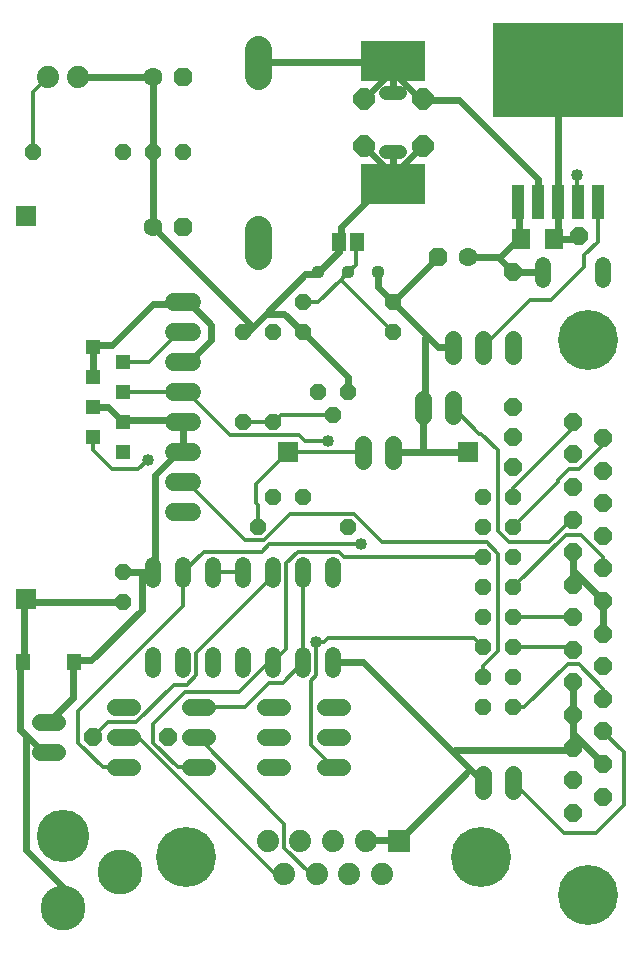
<source format=gtl>
G75*
%MOIN*%
%OFA0B0*%
%FSLAX24Y24*%
%IPPOS*%
%LPD*%
%AMOC8*
5,1,8,0,0,1.08239X$1,22.5*
%
%ADD10C,0.0520*%
%ADD11C,0.0560*%
%ADD12OC8,0.0600*%
%ADD13C,0.2000*%
%ADD14R,0.0740X0.0740*%
%ADD15C,0.0740*%
%ADD16R,0.0394X0.1181*%
%ADD17R,0.4331X0.3150*%
%ADD18C,0.0476*%
%ADD19OC8,0.0630*%
%ADD20C,0.0630*%
%ADD21C,0.0885*%
%ADD22OC8,0.0520*%
%ADD23R,0.0460X0.0630*%
%ADD24C,0.0440*%
%ADD25OC8,0.0705*%
%ADD26R,0.2130X0.1340*%
%ADD27R,0.0500X0.0579*%
%ADD28OC8,0.0560*%
%ADD29R,0.0515X0.0515*%
%ADD30R,0.0675X0.0675*%
%ADD31C,0.0600*%
%ADD32C,0.1750*%
%ADD33C,0.1500*%
%ADD34R,0.0630X0.0709*%
%ADD35C,0.0240*%
%ADD36C,0.0120*%
%ADD37C,0.0400*%
D10*
X006125Y012603D02*
X006125Y013123D01*
X007125Y013123D02*
X007125Y012603D01*
X008125Y012603D02*
X008125Y013123D01*
X009125Y013123D02*
X009125Y012603D01*
X010125Y012603D02*
X010125Y013123D01*
X011125Y013123D02*
X011125Y012603D01*
X012125Y012603D02*
X012125Y013123D01*
X012125Y015603D02*
X012125Y016123D01*
X011125Y016123D02*
X011125Y015603D01*
X010125Y015603D02*
X010125Y016123D01*
X009125Y016123D02*
X009125Y015603D01*
X008125Y015603D02*
X008125Y016123D01*
X007125Y016123D02*
X007125Y015603D01*
X006125Y015603D02*
X006125Y016123D01*
X019125Y025603D02*
X019125Y026123D01*
X021125Y026123D02*
X021125Y025603D01*
D11*
X018125Y023643D02*
X018125Y023083D01*
X017125Y023083D02*
X017125Y023643D01*
X016125Y023643D02*
X016125Y023083D01*
X016125Y021643D02*
X016125Y021083D01*
X015125Y021083D02*
X015125Y021643D01*
X014125Y020143D02*
X014125Y019583D01*
X013125Y019583D02*
X013125Y020143D01*
X012405Y011363D02*
X011845Y011363D01*
X011845Y010363D02*
X012405Y010363D01*
X012405Y009363D02*
X011845Y009363D01*
X010405Y009363D02*
X009845Y009363D01*
X009845Y010363D02*
X010405Y010363D01*
X010405Y011363D02*
X009845Y011363D01*
X007905Y011363D02*
X007345Y011363D01*
X007345Y010363D02*
X007905Y010363D01*
X007905Y009363D02*
X007345Y009363D01*
X005405Y009363D02*
X004845Y009363D01*
X004845Y010363D02*
X005405Y010363D01*
X005405Y011363D02*
X004845Y011363D01*
X002905Y010863D02*
X002345Y010863D01*
X002345Y009863D02*
X002905Y009863D01*
X017125Y009143D02*
X017125Y008583D01*
X018125Y008583D02*
X018125Y009143D01*
D12*
X020125Y008933D03*
X020125Y010013D03*
X020125Y011103D03*
X020125Y012193D03*
X020125Y013273D03*
X020125Y014363D03*
X020125Y015453D03*
X020125Y016533D03*
X020125Y017623D03*
X020125Y018713D03*
X020125Y019793D03*
X020125Y020883D03*
X021125Y020343D03*
X021125Y019253D03*
X021125Y018163D03*
X021125Y017083D03*
X021125Y015993D03*
X021125Y014903D03*
X021125Y013823D03*
X021125Y012733D03*
X021125Y011643D03*
X021125Y010563D03*
X021125Y009473D03*
X021125Y008383D03*
X020125Y007843D03*
X018125Y019363D03*
X018125Y020363D03*
X018125Y021363D03*
X018125Y025863D03*
X020325Y027063D03*
X006625Y010363D03*
X004125Y010363D03*
D13*
X007204Y006363D03*
X017046Y006363D03*
X020625Y005103D03*
X020625Y023623D03*
D14*
X014306Y006922D03*
D15*
X013759Y005804D03*
X013216Y006922D03*
X012668Y005804D03*
X012125Y006922D03*
X011582Y005804D03*
X011034Y006922D03*
X010491Y005804D03*
X009944Y006922D03*
X003625Y032363D03*
X002625Y032363D03*
D16*
X018286Y028214D03*
X018956Y028214D03*
X019625Y028214D03*
X020294Y028214D03*
X020964Y028214D03*
D17*
X019625Y032613D03*
D18*
X014363Y031847D02*
X013887Y031847D01*
X013887Y029879D02*
X014363Y029879D01*
D19*
X015625Y026363D03*
X007125Y027363D03*
X007125Y032363D03*
D20*
X006125Y032363D03*
X006125Y027363D03*
X016625Y026363D03*
D21*
X009625Y026421D02*
X009625Y027306D01*
X009625Y032421D02*
X009625Y033306D01*
D22*
X007125Y029863D03*
X006125Y029863D03*
X005125Y029863D03*
X002125Y029863D03*
X009125Y023863D03*
X010125Y023863D03*
X011125Y023863D03*
X011125Y024863D03*
X011625Y021863D03*
X012125Y021113D03*
X012625Y021863D03*
X014125Y023863D03*
X014125Y024863D03*
X010125Y020863D03*
X009125Y020863D03*
X010125Y018363D03*
X009625Y017363D03*
X011125Y018363D03*
X012625Y017363D03*
X005125Y015863D03*
X005125Y014863D03*
D23*
X012325Y026863D03*
X012925Y026863D03*
D24*
X012625Y025863D03*
X011625Y025863D03*
X013625Y025863D03*
D25*
X013140Y030078D03*
X013140Y031648D03*
X015110Y031648D03*
X015110Y030078D03*
D26*
X014125Y028803D03*
X014125Y032923D03*
D27*
X003471Y012863D03*
X001779Y012863D03*
D28*
X017125Y012363D03*
X017125Y011363D03*
X018125Y011363D03*
X018125Y012363D03*
X018125Y013363D03*
X018125Y014363D03*
X018125Y015363D03*
X018125Y016363D03*
X018125Y017363D03*
X018125Y018363D03*
X017125Y018363D03*
X017125Y017363D03*
X017125Y016363D03*
X017125Y015363D03*
X017125Y014363D03*
X017125Y013363D03*
D29*
X005125Y019863D03*
X005125Y020863D03*
X005125Y021863D03*
X005125Y022863D03*
X004125Y022363D03*
X004125Y021363D03*
X004125Y020363D03*
X004125Y023363D03*
D30*
X001875Y027743D03*
X010625Y019863D03*
X016625Y019863D03*
X001875Y014983D03*
D31*
X006825Y017863D02*
X007425Y017863D01*
X007425Y018863D02*
X006825Y018863D01*
X006825Y019863D02*
X007425Y019863D01*
X007425Y020863D02*
X006825Y020863D01*
X006825Y021863D02*
X007425Y021863D01*
X007425Y022863D02*
X006825Y022863D01*
X006825Y023863D02*
X007425Y023863D01*
X007425Y024863D02*
X006825Y024863D01*
D32*
X003125Y007084D03*
D33*
X003125Y004682D03*
X005015Y005863D03*
D34*
X018374Y026963D03*
X019476Y026963D03*
D35*
X019625Y027051D01*
X019625Y028214D01*
X019625Y032613D01*
X016313Y031613D02*
X018938Y028988D01*
X018938Y028238D01*
X018956Y028214D01*
X018313Y028176D02*
X018286Y028214D01*
X018313Y028176D02*
X018313Y026988D01*
X018374Y026963D01*
X018250Y026926D01*
X017688Y026363D01*
X017625Y026363D01*
X018125Y025863D01*
X019125Y025863D01*
X019476Y026963D02*
X019500Y026988D01*
X020250Y026988D01*
X020325Y027063D01*
X017625Y026363D02*
X016625Y026363D01*
X015625Y026363D02*
X014125Y024863D01*
X015250Y023738D01*
X015188Y023676D01*
X015188Y021426D01*
X015125Y021363D01*
X015125Y019863D01*
X014125Y019863D01*
X015125Y019863D02*
X016625Y019863D01*
X016125Y023363D02*
X015625Y023363D01*
X015250Y023738D01*
X014125Y024863D02*
X013625Y025363D01*
X013625Y025863D01*
X012313Y026551D02*
X011625Y025863D01*
X011563Y025801D01*
X011188Y025801D01*
X009875Y024488D01*
X010500Y024488D01*
X011125Y023863D01*
X012625Y022363D01*
X012625Y021863D01*
X009875Y024488D02*
X009438Y024051D01*
X006125Y027363D01*
X006125Y029863D01*
X006125Y032363D01*
X003625Y032363D01*
X009625Y032863D02*
X014000Y032863D01*
X014125Y032923D01*
X014188Y032488D01*
X015000Y031676D01*
X015110Y031648D01*
X015125Y031613D01*
X016313Y031613D01*
X015110Y030078D02*
X015063Y030051D01*
X014188Y029176D01*
X014125Y028803D01*
X014000Y028863D01*
X013875Y028863D01*
X012375Y027363D01*
X012375Y026926D01*
X012325Y026863D01*
X012313Y026863D01*
X012313Y026551D01*
X014125Y028803D02*
X014063Y029176D01*
X013188Y030051D01*
X013140Y030078D01*
X014125Y029879D02*
X014125Y028803D01*
X013140Y031648D02*
X013188Y031676D01*
X014063Y032551D01*
X014125Y032923D01*
X014125Y031847D01*
X009438Y024051D02*
X009250Y023863D01*
X009125Y023863D01*
X008063Y024113D02*
X008063Y023613D01*
X007313Y022863D01*
X007125Y022863D01*
X008063Y024113D02*
X007313Y024863D01*
X007125Y024863D01*
X007063Y024801D01*
X006125Y024801D01*
X004750Y023426D01*
X004188Y023426D01*
X004125Y023363D01*
X004125Y022363D01*
X004125Y021363D02*
X004625Y021363D01*
X005125Y020863D01*
X005188Y020926D01*
X007063Y020926D01*
X007125Y020863D01*
X007125Y019863D01*
X007063Y019988D01*
X006188Y019113D01*
X006188Y015926D01*
X006125Y015863D01*
X005750Y015863D01*
X005750Y014613D01*
X004063Y012926D01*
X003563Y012926D01*
X003471Y012863D01*
X003438Y012863D01*
X003438Y011676D01*
X002625Y010863D01*
X001938Y010363D02*
X002438Y009863D01*
X002625Y009863D01*
X001938Y010363D02*
X001875Y010301D01*
X001875Y006613D01*
X003125Y005363D01*
X003125Y004682D01*
X001938Y010363D02*
X001688Y010613D01*
X001688Y012801D01*
X001779Y012863D01*
X001813Y012863D01*
X001813Y014863D01*
X001875Y014926D01*
X001875Y014983D01*
X001938Y014863D01*
X005125Y014863D01*
X005125Y015863D02*
X005750Y015863D01*
X012125Y012863D02*
X013125Y012863D01*
X016125Y009863D01*
X016188Y009926D01*
X020063Y009926D01*
X020125Y010013D01*
X020125Y010426D01*
X020188Y010426D01*
X021125Y009488D01*
X021125Y009473D01*
X020125Y010426D02*
X020125Y011103D01*
X020125Y012193D01*
X021125Y013823D02*
X021125Y014903D01*
X021063Y014988D01*
X020188Y015863D01*
X020125Y015863D01*
X020125Y015453D01*
X020125Y015863D02*
X020125Y016533D01*
X016125Y009863D02*
X016688Y009301D01*
X014375Y006988D01*
X014306Y006922D01*
X014250Y006926D01*
X013250Y006926D01*
X013216Y006922D01*
X016688Y009301D02*
X017125Y008863D01*
D36*
X018125Y008863D02*
X019813Y007176D01*
X020875Y007176D01*
X021813Y008113D01*
X021813Y009863D01*
X021125Y010551D01*
X021125Y010563D01*
X021125Y011643D02*
X021125Y011988D01*
X020313Y012801D01*
X019938Y012801D01*
X018500Y011363D01*
X018125Y011363D01*
X017125Y012363D02*
X017125Y012738D01*
X017625Y013238D01*
X017625Y016488D01*
X017250Y016863D01*
X013750Y016863D01*
X012813Y017801D01*
X010688Y017801D01*
X009813Y016926D01*
X009188Y016926D01*
X007250Y018863D01*
X007125Y018863D01*
X005938Y019613D02*
X005625Y019301D01*
X004750Y019301D01*
X004125Y019926D01*
X004125Y020363D01*
X005125Y021863D02*
X007125Y021863D01*
X007250Y021863D01*
X008688Y020426D01*
X011000Y020426D01*
X011188Y020238D01*
X011938Y020238D01*
X012125Y021113D02*
X010375Y021113D01*
X010125Y020863D01*
X009125Y020863D01*
X010625Y019863D02*
X009563Y018801D01*
X009563Y018176D01*
X009625Y018113D01*
X009625Y017363D01*
X010000Y016801D02*
X009750Y016551D01*
X007813Y016551D01*
X007125Y015863D01*
X007125Y014738D01*
X003625Y011238D01*
X003625Y010176D01*
X004438Y009363D01*
X005125Y009363D01*
X005125Y010363D02*
X005625Y010363D01*
X010125Y005863D01*
X010438Y005863D01*
X010491Y005804D01*
X011313Y005863D02*
X010500Y006676D01*
X010500Y007488D01*
X007625Y010363D01*
X007625Y011363D02*
X009188Y011363D01*
X010000Y012176D01*
X010438Y012176D01*
X011125Y012863D01*
X011125Y015863D01*
X010563Y016176D02*
X010938Y016551D01*
X012313Y016551D01*
X012500Y016363D01*
X017125Y016363D01*
X018000Y016863D02*
X017625Y017238D01*
X017625Y019926D01*
X017063Y020488D01*
X017000Y020488D01*
X016125Y021363D01*
X017125Y023363D02*
X018688Y024926D01*
X019375Y024926D01*
X020500Y026051D01*
X020500Y026426D01*
X020938Y026863D01*
X020938Y028176D01*
X020964Y028214D01*
X020294Y028214D02*
X020250Y028238D01*
X020250Y029113D01*
X014125Y023863D02*
X012375Y025613D01*
X011625Y024863D01*
X011125Y024863D01*
X012375Y025613D02*
X012625Y025863D01*
X012875Y026113D01*
X012875Y026863D01*
X012925Y026863D01*
X013125Y019863D02*
X010625Y019863D01*
X010000Y016801D02*
X013063Y016801D01*
X010563Y016176D02*
X010563Y013301D01*
X010125Y012863D01*
X010000Y012863D01*
X009000Y011863D01*
X007188Y011863D01*
X006125Y010801D01*
X006125Y010176D01*
X006938Y009363D01*
X007625Y009363D01*
X005563Y010863D02*
X004625Y010863D01*
X004125Y010363D01*
X005563Y010863D02*
X006813Y012113D01*
X007250Y012113D01*
X007563Y012426D01*
X007563Y013176D01*
X010125Y015738D01*
X010125Y015863D01*
X009125Y015863D02*
X008125Y015863D01*
X011563Y012426D02*
X011375Y012238D01*
X011375Y010113D01*
X012125Y009363D01*
X011563Y012426D02*
X011563Y013551D01*
X011813Y013551D01*
X011938Y013676D01*
X016813Y013676D01*
X017125Y013363D01*
X018125Y013363D02*
X020063Y013363D01*
X020125Y013301D01*
X020125Y013273D01*
X020125Y014363D02*
X018125Y014363D01*
X018125Y015363D02*
X019875Y017113D01*
X020375Y017113D01*
X021125Y016363D01*
X021125Y015993D01*
X020125Y017623D02*
X020125Y017676D01*
X019313Y016863D01*
X018000Y016863D01*
X018125Y017363D02*
X019625Y018863D01*
X019625Y018926D01*
X020000Y019301D01*
X020313Y019301D01*
X021125Y020113D01*
X021125Y020343D01*
X020125Y020676D02*
X020125Y020883D01*
X020125Y020676D02*
X018125Y018676D01*
X018125Y018363D01*
X011563Y005863D02*
X011313Y005863D01*
X011563Y005863D02*
X011582Y005804D01*
X006000Y022863D02*
X005125Y022863D01*
X006000Y022863D02*
X007000Y023863D01*
X007125Y023863D01*
X002125Y029863D02*
X002125Y031863D01*
X002625Y032363D01*
D37*
X011938Y020238D03*
X013063Y016801D03*
X011563Y013551D03*
X005938Y019613D03*
X020250Y029113D03*
M02*

</source>
